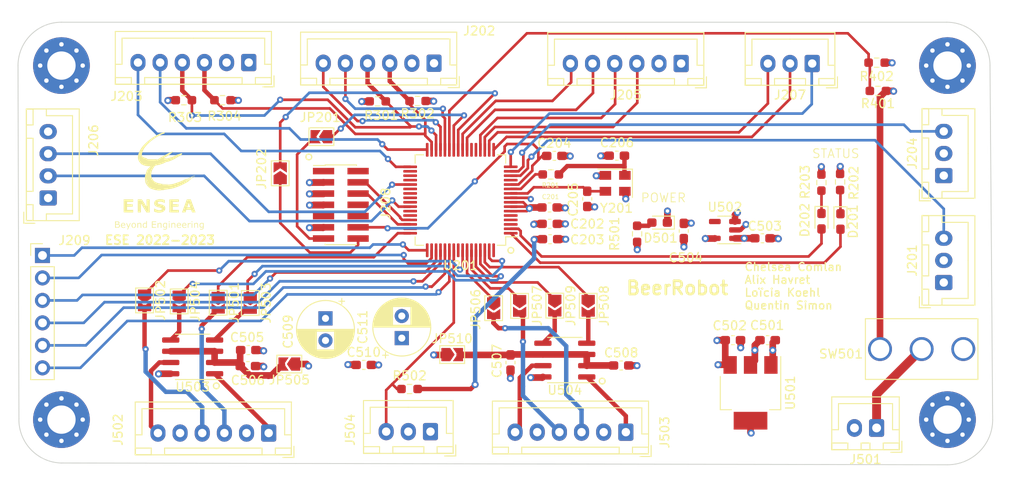
<source format=kicad_pcb>
(kicad_pcb (version 20211014) (generator pcbnew)
  (title_block (title "PCB projet Robot") (date "2022-10-17") (company "ENSEA") (comment 1 "Quentin SIMON") (comment 2 "Loïcia KOEHL") (comment 3 "Alix HAVRET") (comment 4 "Chelsea COMLAN"))
  (layers (0 "F.Cu" signal) (1 "In1.Cu" signal) (2 "In2.Cu" signal) (31 "B.Cu" signal) (34 "B.Paste" user) (35 "F.Paste" user) (36 "B.SilkS" user "B.Silkscreen") (37 "F.SilkS" user "F.Silkscreen") (38 "B.Mask" user) (39 "F.Mask" user) (44 "Edge.Cuts" user))
  (net 0 "")
  (net 1 "+3.3V")
  (net 2 "GND")
  (net 3 "NRST")
  (net 4 "+BATT")
  (net 5 "+5V")
  (net 6 "/Actionneurs/+7.2_U504")
  (net 7 "Net-(D201-Pad1)")
  (net 8 "LED_GREEN")
  (net 9 "Net-(D202-Pad1)")
  (net 10 "LED_RED")
  (net 11 "/Capteurs/CB1_OUT")
  (net 12 "/Capteurs/SDA_2")
  (net 13 "/Capteurs/SCL_2")
  (net 14 "/Capteurs/XSHUT_C1")
  (net 15 "/Capteurs/GPIO1_C1")
  (net 16 "/Capteurs/XSHUT_C2")
  (net 17 "/Capteurs/GPIO1_C2")
  (net 18 "/Capteurs/CB2_OUT")
  (net 19 "/Capteurs/LED_CC")
  (net 20 "/Capteurs/S2")
  (net 21 "/Capteurs/S3")
  (net 22 "/Capteurs/TIM_CC")
  (net 23 "/Capteurs/SDA_1")
  (net 24 "/Capteurs/SCL_1")
  (net 25 "/Capteurs/S0")
  (net 26 "/Capteurs/S1")
  (net 27 "/Capteurs/OE")
  (net 30 "SYS_SWDIO")
  (net 31 "SYS_SWCLK")
  (net 35 "/STM32/OSC_IN")
  (net 36 "/STM32/OSC_OUT")
  (net 37 "PC9")
  (net 38 "PD0")
  (net 39 "PD1")
  (net 40 "PD2")
  (net 41 "PD3")
  (net 42 "PD4")
  (net 43 "Net-(J501-Pad1)")
  (net 44 "Moteur1-")
  (net 45 "/Alimentation/LED")
  (net 46 "Moteur1+")
  (net 47 "Moteur2-")
  (net 48 "Moteur2+")
  (net 49 "/Actionneurs/UART_XL320")
  (net 50 "UART_STLink_RX")
  (net 51 "UART_STLink_TX")
  (net 52 "/Actionneurs/TIM_Encoder1_CH1")
  (net 53 "/Actionneurs/TIM_Encoder1_CH2")
  (net 54 "/Actionneurs/TIM_Driver1_CH1")
  (net 55 "/Actionneurs/TIM_Driver1_CH1N")
  (net 56 "/Actionneurs/TIM_Encoder2_CH1")
  (net 57 "/Actionneurs/TIM_Encoder2_CH2")
  (net 58 "/Actionneurs/TIM_Driver2_CH1")
  (net 59 "/Actionneurs/TIM_Driver2_CH1N")
  (net 60 "Net-(R201-Pad1)")
  (net 61 "/Alimentation/ADC")
  (net 82 "Net-(J208-Pad13)")
  (net 83 "Net-(J208-Pad14)")
  (net 84 "Net-(J502-Pad3)")
  (net 85 "Net-(J502-Pad4)")
  (net 86 "Net-(J503-Pad3)")
  (net 87 "Net-(J503-Pad4)")
  (net 88 "Net-(JP503-Pad2)")
  (net 89 "Net-(JP504-Pad2)")
  (net 90 "Net-(JP508-Pad2)")
  (net 91 "Net-(JP509-Pad2)")
  (net 92 "/Actionneurs/+7.2_U503")
  (footprint "Resistor_SMD:R_0603_1608Metric_Pad0.98x0.95mm_HandSolder" (layer "F.Cu") (at 43.8125 33.91)
    (fp_text reference "R303")
    (fp_text value "NC")
  )
  (footprint "Logo_ENSEA:Vrai_logo" (layer "F.Cu") (at 41.05 43.03)
    (fp_text reference "G***" hide)
    (fp_text value "LOGO" hide)
  )
  (footprint "Connector_JST:JST_XH_B6B-XH-A_1x06_P2.50mm_Vertical" (layer "F.Cu") (at 93.7 71.415 180)
    (fp_text reference "J503")
    (fp_text value "JST_driver2")
  )
  (footprint "Resistor_SMD:R_0603_1608Metric_Pad0.98x0.95mm_HandSolder" (layer "F.Cu") (at 69.29 66.54 180)
    (fp_text reference "R502")
    (fp_text value "10k")
  )
  (footprint "LED_SMD:LED_0603_1608Metric_Pad1.05x0.95mm_HandSolder" (layer "F.Cu") (at 97.51 47.74 180)
    (fp_text reference "D501")
    (fp_text value "LED")
  )
  (footprint "Connector_JST:JST_XH_B6B-XH-A_1x06_P2.50mm_Vertical" (layer "F.Cu") (at 99.94 29.765 180)
    (fp_text reference "J205")
    (fp_text value "JST_Couleur_1A")
  )
  (footprint "Resistor_SMD:R_0603_1608Metric_Pad0.98x0.95mm_HandSolder" (layer "F.Cu") (at 122.15 32.86 180)
    (fp_text reference "R401")
    (fp_text value "100k")
  )
  (footprint "Connector_JST:JST_XH_B3B-XH-A_1x03_P2.50mm_Vertical" (layer "F.Cu") (at 129.58 54.51 90)
    (fp_text reference "J201")
    (fp_text value "JST_Bordure_1")
  )
  (footprint "Connector_JST:JST_XH_B6B-XH-A_1x06_P2.50mm_Vertical" (layer "F.Cu") (at 51.14 29.655 180)
    (fp_text reference "J203")
    (fp_text value "JST_TOF_2")
  )
  (footprint "Connector_JST:JST_XH_B6B-XH-A_1x06_P2.50mm_Vertical" (layer "F.Cu") (at 72.05 29.735 180)
    (fp_text reference "J202")
    (fp_text value "JST_TOF_1")
  )
  (footprint "Jumper:SolderJumper-2_P1.3mm_Open_TrianglePad1.0x1.5mm" (layer "F.Cu") (at 43.29 56.645 -90)
    (fp_text reference "JP504")
    (fp_text value "SolderJumper_2_Open")
  )
  (footprint "Connector_PinHeader_1.27mm:PinHeader_2x07_P1.27mm_Vertical_SMD" (layer "F.Cu") (at 61.53 45.73)
    (fp_text reference "J208")
    (fp_text value "Conn_02x07_Odd_Even")
  )
  (footprint "MountingHole:MountingHole_3.2mm_M3_Pad_Via" (layer "F.Cu") (at 30 70)
    (fp_text reference "H101" hide)
    (fp_text value "MountingHole_Pad")
  )
  (footprint "Jumper:SolderJumper-2_P1.3mm_Open_TrianglePad1.0x1.5mm" (layer "F.Cu") (at 47.69 56.79 -90)
    (fp_text reference "JP501")
    (fp_text value "SolderJumper_2_Open")
  )
  (footprint "Capacitor_SMD:C_0603_1608Metric_Pad1.08x0.95mm_HandSolder" (layer "F.Cu") (at 89.34 45.06 -90)
    (fp_text reference "C205")
    (fp_text value "10pF")
  )
  (footprint "Capacitor_SMD:C_0603_1608Metric_Pad1.08x0.95mm_HandSolder" (layer "F.Cu") (at 92.68 40.18 180)
    (fp_text reference "C206")
    (fp_text value "10pF")
  )
  (footprint "Package_SO:SOIC-8_3.9x4.9mm_P1.27mm" (layer "F.Cu") (at 86.8125 63.27 180)
    (fp_text reference "U504")
    (fp_text value "ZXBM5210-S")
  )
  (footprint "switch_robot:switch_pcb_robot" (layer "F.Cu") (at 120.735 58.595)
    (fp_text reference "SW501")
    (fp_text value "SW_SPDT")
  )
  (footprint "Capacitor_SMD:C_0603_1608Metric_Pad1.08x0.95mm_HandSolder" (layer "F.Cu") (at 85.63 40.2)
    (fp_text reference "C204")
    (fp_text value "100nF")
  )
  (footprint "MountingHole:MountingHole_3.2mm_M3_Pad_Via" (layer "F.Cu") (at 30 30)
    (fp_text reference "H103" hide)
    (fp_text value "MountingHole_Pad")
  )
  (footprint "Capacitor_SMD:C_0603_1608Metric_Pad1.08x0.95mm_HandSolder" (layer "F.Cu") (at 80.68 63.55 -90)
    (fp_text reference "C507")
    (fp_text value "1uF")
  )
  (footprint "Package_SO:SOIC-8_3.9x4.9mm_P1.27mm" (layer "F.Cu") (at 44.81 62.91 180)
    (fp_text reference "U503")
    (fp_text value "ZXBM5210-S")
  )
  (footprint "Capacitor_THT:CP_Radial_D6.3mm_P2.50mm" (layer "F.Cu") (at 68.41 60.79238 90)
    (fp_text reference "C511")
    (fp_text value "100uF")
  )
  (footprint "Jumper:SolderJumper-2_P1.3mm_Open_TrianglePad1.0x1.5mm" (layer "F.Cu") (at 51.31 56.82 -90)
    (fp_text reference "JP503")
    (fp_text value "SolderJumper_2_Open")
  )
  (footprint "Resistor_SMD:R_0603_1608Metric_Pad0.98x0.95mm_HandSolder" (layer "F.Cu") (at 65.6925 34.04)
    (fp_text reference "R301")
    (fp_text value "10k")
  )
  (footprint "Capacitor_SMD:C_0603_1608Metric_Pad1.08x0.95mm_HandSolder" (layer "F.Cu") (at 93.17 63.88)
    (fp_text reference "C508")
    (fp_text value "10uF")
  )
  (footprint "MountingHole:MountingHole_3.2mm_M3_Pad_Via" (layer "F.Cu") (at 130 70)
    (fp_text reference "H104" hide)
    (fp_text value "MountingHole_Pad")
  )
  (footprint "Capacitor_THT:CP_Radial_D6.3mm_P2.50mm" (layer "F.Cu") (at 59.8 58.557621 -90)
    (fp_text reference "C509")
    (fp_text value "100uF")
  )
  (footprint "Jumper:SolderJumper-2_P1.3mm_Open_TrianglePad1.0x1.5mm" (layer "F.Cu") (at 39.38 56.53 -90)
    (fp_text reference "JP502")
    (fp_text value "SolderJumper_2_Open")
  )
  (footprint "Resistor_SMD:R_0603_1608Metric_Pad0.98x0.95mm_HandSolder" (layer "F.Cu") (at 94.97 49.01 -90)
    (fp_text reference "R501")
    (fp_text value "1k")
  )
  (footprint "Jumper:SolderJumper-2_P1.3mm_Open_TrianglePad1.0x1.5mm" (layer "F.Cu") (at 59.34 38.03 180)
    (fp_text reference "JP201")
    (fp_text value "SolderJumper_2_Open")
  )
  (footprint "LED_SMD:LED_0603_1608Metric_Pad1.05x0.95mm_HandSolder" (layer "F.Cu") (at 117.92 47.61 -90)
    (fp_text reference "D201")
    (fp_text value "GREEN")
  )
  (footprint "Package_TO_SOT_SMD:SOT-223-3_TabPin2" (layer "F.Cu") (at 107.77 66.97 -90)
    (fp_text reference "U501")
    (fp_text value "AZ1117-5.0")
  )
  (footprint "Capacitor_SMD:C_0603_1608Metric_Pad1.08x0.95mm_HandSolder" (layer "F.Cu") (at 85.0875 46.03)
    (fp_text reference "C201")
    (fp_text value "100nF")
  )
  (footprint "Connector_JST:JST_XH_B2B-XH-A_1x02_P2.50mm_Vertical" (layer "F.Cu") (at 122 70.94 180)
    (fp_text reference "J501")
    (fp_text value "JST_switch")
  )
  (footprint "Resistor_SMD:R_0603_1608Metric_Pad0.98x0.95mm_HandSolder" (layer "F.Cu") (at 115.77 43.2175 90)
    (fp_text reference "R203")
    (fp_text value "1k")
  )
  (footprint "Resistor_SMD:R_0603_1608Metric_Pad0.98x0.95mm_HandSolder" (layer "F.Cu") (at 117.88 43.1475 90)
    (fp_text reference "R202")
    (fp_text value "1k")
  )
  (footprint "Capacitor_SMD:C_0603_1608Metric_Pad1.08x0.95mm_HandSolder" (layer "F.Cu") (at 109.11 49.51 180)
    (fp_text reference "C503")
    (fp_text value "1uF")
  )
  (footprint "Jumper:SolderJumper-2_P1.3mm_Open_TrianglePad1.0x1.5mm" (layer "F.Cu") (at 85.68 57.12 -90)
    (fp_text reference "JP509")
    (fp_text value "SolderJumper_2_Open")
  )
  (footprint "Resistor_SMD:R_0603_1608Metric_Pad0.98x0.95mm_HandSolder" (layer "F.Cu") (at 122.01 29.67 180)
    (fp_text reference "R402")
    (fp_text value "62k")
  )
  (footprint "Connector_JST:JST_XH_B3B-XH-A_1x03_P2.50mm_Vertical" (layer "F.Cu") (at 129.58 42.43 90)
    (fp_text reference "J204")
    (fp_text value "JST_Bordure_2")
  )
  (footprint "Connector_JST:JST_XH_B6B-XH-A_1x06_P2.50mm_Vertical" (layer "F.Cu") (at 53.39 71.515 180)
    (fp_text reference "J502")
    (fp_text value "JST_driver1")
  )
  (footprint "Jumper:SolderJumper-2_P1.3mm_Open_TrianglePad1.0x1.5mm" (layer "F.Cu") (at 55.72 63.72 180)
    (fp_text reference "JP505")
    (fp_text value "SolderJumper_2_Open")
  )
  (footprint "Connector_JST:JST_XH_B4B-XH-A_1x04_P2.50mm_Vertical" (layer "F.Cu") (at 28.5 44.96 90)
    (fp_text reference "J206")
    (fp_text value "JST_Couleur_3V")
  )
  (footprint "Capacitor_SMD:C_0603_1608Metric_Pad1.08x0.95mm_HandSolder" (layer "F.Cu") (at 85.1075 47.88)
    (fp_text reference "C202")
    (fp_text value "100nF")
  )
  (footprint "Package_TO_SOT_SMD:SOT-23-5" (layer "F.Cu") (at 104.88 48.5675 180)
    (fp_text reference "U502")
    (fp_text value "MCP1802x-xx02xOT")
  )
  (footprint "Jumper:SolderJumper-2_P1.3mm_Open_TrianglePad1.0x1.5mm" (layer "F.Cu") (at 81.71 57.15 -90)
    (fp_text reference "JP507")
    (fp_text value "SolderJumper_2_Open")
  )
  (footprint "MountingHole:MountingHole_3.2mm_M3_Pad_Via" (layer "F.Cu") (at 130 30)
    (fp_text reference "H102" hide)
    (fp_text value "MountingHole_Pad")
  )
  (footprint "Jumper:SolderJumper-2_P1.3mm_Open_TrianglePad1.0x1.5mm" (layer "F.Cu") (at 74.1 62.65)
    (fp_text reference "JP510")
    (fp_text value "SolderJumper_2_Open")
  )
  (footprint "Connector_JST:JST_XH_B3B-XH-A_1x03_P2.50mm_Vertical" (layer "F.Cu") (at 114.73 29.765 180)
    (fp_text reference "J207")
    (fp_text value "JST_Couleur_1B")
  )
  (footprint "Resistor_SMD:R_0603_1608Metric_Pad0.98x0.95mm_HandSolder" (layer "F.Cu") (at 70.2 34 180)
    (fp_text reference "R302")
    (fp_text value "10k")
  )
  (footprint "Capacitor_SMD:C_0603_1608Metric_Pad1.08x0.95mm_HandSolder" (layer "F.Cu") (at 51.05 63.95)
    (fp_text reference "C506")
    (fp_text value "10uF")
  )
  (footprint "Jumper:SolderJumper-2_P1.3mm_Open_TrianglePad1.0x1.5mm" (layer "F.Cu") (at 54.69 42.17 90)
    (fp_text reference "JP202")
    (fp_text value "SolderJumper_2_Open")
  )
  (footprint "Capacitor_SMD:C_0603_1608Metric_Pad1.08x0.95mm_HandSolder" (layer "F.Cu") (at 109.7 61.02)
    (fp_text reference "C501")
    (fp_text value "10uF")
  )
  (footprint "Capacitor_SMD:C_0603_1608Metric_Pad1.08x0.95mm_HandSolder" (layer "F.Cu") (at 51.09 62.14)
    (fp_text reference "C505")
    (fp_text value "1uF")
  )
  (footprint "Connector_PinHeader_2.54mm:PinHeader_1x06_P2.54mm_Vertical" (layer "F.Cu") (at 27.86 51.45)
    (fp_text reference "J209")
    (fp_text value "JST_SUPP")
  )
  (footprint "Capacitor_SMD:C_0603_1608Metric_Pad1.08x0.95mm_HandSolder" (layer "F.Cu") (at 105.78 61.02)
    (fp_text reference "C502")
    (fp_text value "22uF")
  )
  (footprint "Resistor_SMD:R_0603_1608Metric_Pad0.98x0.95mm_HandSolder" (layer "F.Cu") (at 85.23 42.3)
    (fp_text reference "R201")
    (fp_text value "10R")
  )
  (footprint "Resistor_SMD:R_0603_1608Metric_Pad0.98x0.95mm_HandSolder" (layer "F.Cu") (at 48.18 33.91 180)
    (fp_text reference "R304")
    (fp_text value "NC")
  )
  (footprint "Package_QFP:LQFP-64_10x10mm_P0.5mm" (layer "F.Cu") (at 75.03 45.19 180)
    (fp_text reference "U201")
    (fp_text value "STM32G070RBT6")
  )
  (footprint "Jumper:SolderJumper-2_P1.3mm_Open_TrianglePad1.0x1.5mm" (layer "F.Cu") (at 78.78 57.41 -90)
    (fp_text reference "JP506")
    (fp_text value "SolderJumper_2_Open")
  )
  (footprint "Capacitor_SMD:C_0603_1608Metric_Pad1.08x0.95mm_HandSolder" (layer "F.Cu") (at 64.12 63.82)
    (fp_text reference "C510")
    (fp_text value "100nF")
  )
  (footprint "Capacitor_SMD:C_0603_1608Metric_Pad1.08x0.95mm_HandSolder" (layer "F.Cu") (at 100.24 48.6875 -90)
    (fp_text reference "C504")
    (fp_text value "1uF")
  )
  (footprint "LED_SMD:LED_0603_1608Metric_Pad1.05x0.95mm_HandSolder" (layer "F.Cu") (at 115.78 47.58 -90)
    (fp_text reference "D202")
    (fp_text value "RED")
  )
  (footprint "Jumper:SolderJumper-2_P1.3mm_Open_TrianglePad1.0x1.5mm" (layer "F.Cu") (at 89.45 57.14 -90)
    (fp_text reference "JP508")
    (fp_text value "SolderJumper_2_Open")
  )
  (footprint "Connector_JST:JST_XH_B3B-XH-A_1x03_P2.50mm_Vertical" (layer "F.Cu") (at 71.65 71.355 180)
    (fp_text reference "J504")
    (fp_text value "JST_servomoteur")
  )
  (footprint "Capacitor_SMD:C_0603_1608Metric_Pad1.08x0.95mm_HandSolder" (layer "F.Cu") (at 85.1475 49.61)
    (fp_text reference "C203")
    (fp_text value "4.7uF")
  )
  (footprint "Crystal:Crystal_SMD_EuroQuartz_MT-4Pin_3.2x2.5mm" (layer "F.Cu") (at 92.49 43.3 180)
    (fp_text reference "Y201")
    (fp_text value "16MHz")
  )
  (gr_circle (center 57.92 40.32) (end 58.21 40.47) (layer "F.SilkS") (width 0.15) (fill none))
  (gr_circle (center 80.72 50.873504) (end 81.01 51.023504) (layer "F.SilkS") (width 0.15) (fill none))
  (gr_circle (center 47.48 66.183504) (end 47.77 66.333504) (layer "F.SilkS") (width 0.15) (fill none))
  (gr_circle (center 91.03 65.643504) (end 91.32 65.793504) (layer "F.SilkS") (width 0.15) (fill none))
  (gr_arc (start 135.1 70) (mid 133.606245 73.606245) (end 130 75.1) (layer "Edge.Cuts") (width 0.1))
  (gr_arc (start 30 74.9) (mid 26.563745 73.393361) (end 25.200043 69.897918) (layer "Edge.Cuts") (width 0.1))
  (gr_arc (start 25.1 30) (mid 26.535177 26.535177) (end 30 25.1) (layer "Edge.Cuts") (width 0.1))
  (gr_line (start 135.1 70) (end 134.8 30) (layer "Edge.Cuts") (width 0.1))
  (gr_arc (start 129.9 25.1) (mid 133.364823 26.535177) (end 134.8 30) (layer "Edge.Cuts") (width 0.1))
  (gr_line (start 30 74.9) (end 130 75.1) (layer "Edge.Cuts") (width 0.1))
  (gr_line (start 25.1 30) (end 25.200043 69.897918) (layer "Edge.Cuts") (width 0.1))
  (gr_line (start 129.9 25.1) (end 30 25.1) (layer "Edge.Cuts") (width 0.1))
  (gr_text "POWER" (at 97.94 44.94) (layer "F.SilkS") (effects (font (size 1 1) (thickness 0.1))))
  (gr_text "BeerRobot" (at 99.5 55.13) (layer "F.SilkS") (effects (font (size 1.5 1.5) (thickness 0.3))))
  (gr_text "STATUS" (at 117.39 39.94) (layer "F.SilkS") (effects (font (size 1 1) (thickness 0.1))))
  (gr_text "Chelsea Comlan\nAlix Havret\nLoïcia Koehl\nQuentin Simon" (at 107.02 54.92) (layer "F.SilkS") (effects (font (size 0.9 0.9)) (justify left)))
  (gr_text "ESE 2022-2023" (at 41.12 49.72) (layer "F.SilkS") (effects (font (size 1 1) (thickness 0.2))))
  (segment (start 102.67 49.54) (end 103.72 49.54) (width 0.75) (layer "F.Cu") (net 1))
  (segment (start 59.55 43.22) (end 59.58 43.19) (width 0.75) (layer "F.Cu") (net 1))
  (segment (start 80.705 46.44) (end 82.5175 46.44) (width 0.3) (layer "F.Cu") (net 1))
  (segment (start 83.3675 47.88) (end 83.3075 47.94) (width 0.75) (layer "F.Cu") (net 1))
  (segment (start 57.99 43.22) (end 59.55 43.22) (width 0.75) (layer "F.Cu") (net 1))
  (segment (start 82.1175 45.44) (end 82.8175 46.14) (width 0.3) (layer "F.Cu") (net 1))
  (segment (start 80.705 45.44) (end 82.1175 45.44) (width 0.3) (layer "F.Cu") (net 1))
  (segment (start 82.5175 46.44) (end 82.8175 46.14) (width 0.3) (layer "F.Cu") (net 1))
  (segment (start 100.25 50.49) (end 100.25 49.56) (width 0.75) (layer "F.Cu") (net 1))
  (segment (start 82.9275 46.03) (end 82.8175 46.14) (width 0.75) (layer "F.Cu") (net 1))
  (segment (start 76.19 66.54) (end 76.69 66.04) (width 0.5) (layer "F.Cu") (net 1))
  (segment (start 84.245 47.88) (end 83.3675 47.88) (width 0.75) (layer "F.Cu") (net 1))
  (segment (start 103.72 49.54) (end 103.7425 49.5175) (width 0.75) (layer "F.Cu") (net 1))
  (segment (start 82.6175 45.94) (end 82.8175 46.14) (width 0.3) (layer "F.Cu") (net 1))
  (segment (start 100.25 49.56) (end 100.24 49.55) (width 0.75) (layer "F.Cu") (net 1))
  (segment (start 84.285 49.61) (end 83.3975 49.61) (width 0.75) (layer "F.Cu") (net 1))
  (segment (start 83.3975 49.61) (end 83.3475 49.66) (width 0.75) (layer "F.Cu") (net 1))
  (segment (start 84.225 46.03) (end 82.9275 46.03) (width 0.75) (layer "F.Cu") (net 1))
  (segment (start 94.99 49.9425) (end 94.97 49.9225) (width 0.75) (layer "F.Cu") (net 1))
  (segment (start 70.2025 66.54) (end 76.19 66.54) (width 0.5) (layer "F.Cu") (net 1))
  (segment (start 94.99 50.8) (end 94.99 49.9425) (width 0.75) (layer "F.Cu") (net 1))
  (segment (start 80.705 45.94) (end 82.6175 45.94) (width 0.3) (layer "F.Cu") (net 1))
  (via (at 102.67 49.54) (size 0.8) (drill 0.4) (layers "F.Cu" "B.Cu") (net 1))
  (via (at 83.3475 49.66) (size 0.8) (drill 0.4) (layers "F.Cu" "B.Cu") (net 1))
  (via (at 57.99 43.22) (size 0.8) (drill 0.4) (layers "F.Cu" "B.Cu") (net 1))
  (via (at 83.3075 47.94) (size 0.8) (drill 0.4) (layers "F.Cu" "B.Cu") (net 1))
  (via (at 76.69 66.04) (size 0.8) (drill 0.4) (layers "F.Cu" "B.Cu") (net 1))
  (via (at 82.8175 46.14) (size 0.8) (drill 0.4) (layers "F.Cu" "B.Cu") (net 1))
  (via (at 100.25 50.49) (size 0.8) (drill 0.4) (layers "F.Cu" "B.Cu") (net 1))
  (via (at 94.99 50.8) (size 0.8) (drill 0.4) (layers "F.Cu" "B.Cu") (net 1))
  (segment (start 76.69 66.04) (end 76.69 58.44) (width 0.5) (layer "B.Cu") (net 1))
  (segment (start 76.69 58.44) (end 83.3475 51.7825) (width 0.5) (layer "B.Cu") (net 1))
  (segment (start 83.3475 51.7825) (end 83.3475 49.66) (width 0.5) (layer "B.Cu") (net 1))
  (segment (start 98.385 47.74) (end 98.385 46.445) (width 0.75) (layer "F.Cu") (net 2))
  (segment (start 107.257122 47.949281) (end 106.638903 48.5675) (width 0.5) (layer "F.Cu") (net 2))
  (segment (start 52.8 62.21) (end 52.82 62.23) (width 0.75) (layer "F.Cu") (net 2))
  (segment (start 107.77 71.45) (end 107.84 71.52) (width 0.75) (layer "F.Cu") (net 2))
  (segment (start 122.9225 29.67) (end 123.73 29.67) (width 0.75) (layer "F.Cu") (net 2))
  (segment (start 80.67 64.4225) (end 80.68 64.4125) (width 0.75) (layer "F.Cu") (net 2))
  (segment (start 90.86 40.2) (end 91.7975 40.2) (width 0.75) (layer "F.Cu") (net 2))
  (segment (start 108.26 61.5975) (end 108.8375 61.02) (width 0.75) (layer "F.Cu") (net 2))
  (segment (start 80.67 65.34) (end 80.67 64.4225) (width 0.75) (layer "F.Cu") (net 2))
  (segment (start 108.26 63.33) (end 107.77 63.82) (width 0.75) (layer "F.Cu") (net 2))
  (segment (start 82.83 44.94) (end 82.97 45.08) (width 0.3) (layer "F.Cu") (net 2))
  (segment (start 80.705 44.94) (end 82.83 44.94) (width 0.3) (layer "F.Cu") (net 2))
  (segment (start 93.69 45.06) (end 93.69 44.3) (width 0.75) (layer "F.Cu") (net 2))
  (segment (start 106.66 61.0375) (end 106.6425 61.02) (width 0.75) (layer "F.Cu") (net 2))
  (segment (start 51.9125 63.95) (end 52.75 63.95) (width 0.75) (layer "F.Cu") (net 2))
  (segment (start 98.385 46.445) (end 98.4 46.43) (width 0.75) (layer "F.Cu") (net 2))
  (segment (start 57.99 44.5) (end 59.54 44.5) (width 0.75) (layer "F.Cu") (net 2))
  (segment (start 109.9725 49.51) (end 110.85 49.51) (width 0.75) (layer "F.Cu") (net 2))
  (segment (start 87.39 40.2) (end 87.42 40.23) (width 0.75) (layer "F.Cu") (net 2))
  (segment (start 91.7975 40.2) (end 91.8175 40.18) (width 0.75) (layer "F.Cu") (net 2))
  (segment (start 57.99 48.32) (end 59.53 48.32) (width 0.75) (layer "F.Cu") (net 2))
  (segment (start 108.26 62.16) (end 108.26 61.5975) (width 0.75) (layer "F.Cu") (net 2))
  (segment (start 100.265 47.8) (end 100.24 47.825) (width 0.75) (layer "F.Cu") (net 2))
  (segment (start 115.77 41.4275) (end 115.76 41.4175) (width 0.75) (layer "F.Cu") (net 2))
  (segment (start 107.77 70.12) (end 107.77 71.45) (width 0.75) (layer "F.Cu") (net 2))
  (segment (start 42.335 64.815) (end 40.985 64.815) (width 0.75) (layer "F.Cu") (net 2))
  (segment (start 117.88 41.4075) (end 117.9 41.3875) (width 0.75) (layer "F.Cu") (net 2))
  (segment (start 86.8975 49.61) (end 86.9075 49.62) (width 0.75) (layer "F.Cu") (net 2))
  (segment (start 59.53 48.32) (end 59.58 48.27) (width 0.75) (layer "F.Cu") (net 2))
  (segment (start 59.54 45.77) (end 59.58 45.73) (width 0.75) (layer "F.Cu") (net 2))
  (segment (start 123.73 29.67) (end 123.75 29.69) (width 0.75) (layer "F.Cu") (net 2))
  (segment (start 101.08 47.8) (end 100.265 47.8) (width 0.75) (layer "F.Cu") (net 2))
  (segment (start 86.4925 40.2) (end 87.39 40.2) (width 0.75) (layer "F.Cu") (net 2))
  (segment (start 91.34 42.45) (end 91.39 42.4) (width 0.75) (layer "F.Cu") (net 2))
  (segment (start 86.8675 46.08) (end 86 46.08) (width 0.75) (layer "F.Cu") (net 2))
  (segment (start 108.26 62.16) (end 108.26 63.33) (width 0.75) (layer "F.Cu") (net 2))
  (segment (start 106.638903 48.5675) (end 106.0175 48.5675) (width 0.5) (layer "F.Cu") (net 2))
  (segment (start 85.97 47.88) (end 86.8675 47.88) (width 0.75) (layer "F.Cu") (net 2))
  (segment (start 110.85 49.51) (end 110.91 49.57) (width 0.75) (layer "F.Cu") (net 2))
  (segment (start 117.88 42.235) (end 117.88 41.4075) (width 0.75) (layer "F.Cu") (net 2))
  (segment (start 52.75 63.95) (end 52.83 64.03) (width 0.75) (layer "F.Cu") (net 2))
  (segment (start 40.985 64.815) (end 40.96 64.84) (width 0.75) (layer "F.Cu") (net 2))
  (segment (start 93.69 44.3) (end 93.59 44.2) (width 0.75) (layer "F.Cu") (net 2))
  (segment (start 59.54 44.5) (end 59.58 44.46) (width 0.75) (layer "F.Cu") (net 2))
  (segment (start 89.3875 45.97) (end 89.34 45.9225) (width 0.75) (layer "F.Cu") (net 2))
  (segment (start 94.0325 63.88) (end 94.94 63.88) (width 0.75) (layer "F.Cu") (net 2))
  (segment (start 94.94 63.88) (end 94.96 63.9) (width 0.75) (layer "F.Cu") (net 2))
  (segment (start 90.36 42.45) (end 91.34 42.45) (width 0.75) (layer "F.Cu") (net 2))
  (segment (start 86.01 49.61) (end 86.8975 49.61) (width 0.75) (layer "F.Cu") (net 2))
  (segment (start 86 46.08) (end 85.95 46.03) (width 0.75) (layer "F.Cu") (net 2))
  (segment (start 58 45.77) (end 59.54 45.77) (width 0.75) (layer "F.Cu") (net 2))
  (segment (start 90.18 45.97) (end 89.3875 45.97) (width 0.75) (layer "F.Cu") (net 2))
  (segment (start 86.8675 47.88) (end 86.8775 47.89) (width 0.75) (layer "F.Cu") (net 2))
  (segment (start 51.8925 62.21) (end 52.8 62.21) (width 0.75) (layer "F.Cu") (net 2))
  (segment (start 106.66 61.88) (end 106.66 61.0375) (width 0.75) (layer "F.Cu") (net 2))
  (segment (start 84.2625 65.25) (end 84.3375 65.175) (width 0.75) (layer "F.Cu") (net 2))
  (segment (start 115.77 42.305) (end 115.77 41.4275) (width 0.75) (layer "F.Cu") (net 2))
  (segment (start 65.8 63.82) (end 64.9825 63.82) (width 0.75) (layer "F.Cu") (net 2))
  (segment (start 82.96 65.25) (end 84.2625 65.25) (width 0.75) (layer "F.Cu") (net 2))
  (via (at 80.67 65.34) (size 0.8) (drill 0.4) (layers "F.Cu" "B.Cu") (net 2))
  (via (at 86.8775 47.89) (size 0.8) (drill 0.4) (layers "F.Cu" "B.Cu") (net 2))
  (via (at 52.83 64.03) (size 0.8) (drill 0.4) (layers "F.Cu" "B.Cu") (net 2))
  (via (at 57.99 44.5) (size 0.8) (drill 0.4) (layers "F.Cu" "B.Cu") (net 2))
  (via (at 101.08 47.8) (size 0.8) (drill 0.4) (layers "F.Cu" "B.Cu") (net 2))
  (via (at 115.76 41.4175) (size 0.8) (drill 0.4) (layers "F.Cu" "B.Cu") (net 2))
  (via (at 90.36 42.45) (size 0.8) (drill 0.4) (layers "F.Cu" "B.Cu") (net 2))
  (via (at 108.26 62.16) (size 0.8) (drill 0.4) (layers "F.Cu" "B.Cu") (net 2))
  (via (at 110.91 49.57) (size 0.8) (drill 0.4) (layers "F.Cu" "B.Cu") (net 2))
  (via (at 106.66 61.88) (size 0.8) (drill 0.4) (layers "F.Cu" "B.Cu") (net 2))
  (via (at 90.18 45.97) (size 0.8) (drill 0.4) (layers "F.Cu" "B.Cu") (net 2))
  (via (at 87.42 40.23) (size 0.8) (drill 0.4) (layers "F.Cu" "B.Cu") (net 2))
  (via (at 98.4 46.43) (size 0.8) (drill 0.4) (layers "F.Cu" "B.Cu") (net 2))
  (via (at 107.84 71.52) (size 0.8) (drill 0.4) (layers "F.Cu" "B.Cu") (net 2))
  (via (at 58 45.77) (size 0.8) (drill 0.4) (layers "F.Cu" "B.Cu") (net 2))
  (via (at 40.96 64.84) (size 0.8) (drill 0.4) (layers "F.Cu" "B.Cu") (net 2))
  (via (at 117.9 41.3875) (size 0.8) (drill 0.4) (layers "F.Cu" "B.Cu") (net 2))
  (via (at 90.86 40.2) (size 0.8) (drill 0.4) (layers "F.Cu" "B.Cu") (net 2))
  (via (at 82.96 65.25) (size 0.8) (drill 0.4) (layers "F.Cu" "B.Cu") (net 2))
  (via (at 86.8675 46.08) (size 0.8) (drill 0.4) (layers "F.Cu" "B.Cu") (net 2))
  (via (at 86.9075 49.62) (size 0.8) (drill 0.4) (layers "F.Cu" "B.Cu") (net 2))
  (via (at 52.82 62.23) (size 0.8) (drill 0.4) (layers "F.Cu" "B.Cu") (net 2))
  (via (at 94.96 63.9) (size 0.8) (drill 0.4) (layers "F.Cu" "B.Cu") (net 2))
  (via (at 82.97 45.08) (size 0.7) (drill 0.3) (layers "F.Cu" "B.Cu") (net 2))
  (via (at 57.99 48.32) (size 0.8) (drill 0.4) (layers "F.Cu" "B.Cu") (net 2))
  (via (at 65.8 63.82) (size 0.8) (drill 0.4) (layers "F.Cu" "B.Cu") (net 2))
  (via (at 123.75 29.69) (size 0.8) (drill 0.4) (layers "F.Cu" "B.Cu") (net 2))
  (via (at 107.257122 47.949281) (size 0.8) (drill 0.4) (layers "F.Cu" "B.Cu") (net 2))
  (via (at 93.69 45.06) (size 0.8) (drill 0.4) (layers "F.Cu" "B.Cu") (net 2))
  (segment (start 80.705 43.44) (end 81.581041 43.44) (width 0.3) (layer "F.Cu") (net 3))
  (segment (start 66.7 48.27) (end 66.81 48.38) (width 0.3) (layer "F.Cu") (net 3))
  (segment (start 83.825 40.645) (end 84.27 40.2) (width 0.3) (layer "F.Cu") (net 3))
  (segment (start 84.27 40.2) (end 84.7675 40.2) (width 0.3) (layer "F.Cu") (net 3))
  (segment (start 83.14 41.881041) (end 83.14 41.33) (width 0.3) (layer "F.Cu") (net 3))
  (segment (start 83.14 41.33) (end 83.825 40.645) (width 0.3) (layer "F.Cu") (net 3))
  (segment (start 63.48 48.27) (end 66.7 48.27) (width 0.3) (layer "F.Cu") (net 3))
  (segment (start 80.3 38.86) (end 83.22 38.86) (width 0.3) (layer "F.Cu") (net 3))
  (segment (start 76.66 43.08) (end 80.02 39.72) (width 0.3) (layer "F.Cu") (net 3))
  (segment (start 80.02 39.14) (end 80.3 38.86) (width 0.3) (layer "F.Cu") (net 3))
  (segment (start 83.825 39.465) (end 83.825 40.645) (width 0.3) (layer "F.Cu") (net 3))
  (segment (start 83.22 38.86) (end 83.825 39.465) (width 0.3) (layer "F.Cu") (net 3))
  (segment (start 80.02 39.72) (end 80.02 39.14) (width 0.3) (layer "F.Cu") (net 3))
  (segment (start 81.581041 43.44) (end 83.14 41.881041) (width 0.3) (layer "F.Cu") (net 3))
  (via (at 66.81 48.38) (size 0.7) (drill 0.3) (layers "F.Cu" "B.Cu") (net 3))
  (via (at 76.66 43.08) (size 0.7) (drill 0.3) (layers "F.Cu" "B.Cu") (net 3))
  (segment (start 71.36 48.38) (end 76.66 43.08) (width 0.3) (layer "B.Cu") (net 3))
  (segment (start 66.81 48.38) (end 71.36 48.38) (width 0.3) (layer "B.Cu") (net 3))
  (segment (start 72.01 62.69) (end 73.335 62.69) (width 0.75) (layer "F.Cu") (net 4))
  (segment (start 123.0625 32.86) (end 123.88 32.86) (width 0.75) (layer "F.Cu") (net 4))
  (segment (start 56.445 63.72) (end 57.67 63.72) (width 0.75) (layer "F.Cu") (net 4))
  (segment (start 110.28 62.16) (end 110.28 61.3025) (width 0.75) (layer "F.Cu") (net 4))
  (segment (start 110.28 61.3025) (end 110.5625 61.02) (width 0.75) (layer "F.Cu") (net 4))
  (segment (start 73.335 62.69) (end 73.375 62.65) (width 0.75) (layer "F.Cu") (net 4))
  (segment (start 57.67 63.72) (end 57.89 63.94) (width 0.75) (layer "F.Cu") (net 4))
  (segment (start 110.28 62.16) (end 110.28 63.61) (width 0.75) (layer "F.Cu") (net 4))
  (segment (start 122.385 33.5375) (end 122.385 62.025) (width 0.75) (layer "F.Cu") (net 4))
  (segment (start 110.28 63.61) (end 110.07 63.82) (width 0.75) (layer "F.Cu") (net 4))
  (segment (start 123.88 32.86) (end 123.92 32.9) (width 0.75) (layer "F.Cu") (net 4))
  (segment (start 63.2175 63.78) (end 63.2575 63.82) (width 0.75) (layer "F.Cu") (net 4))
  (segment (start 62.33 63.78) (end 63.2175 63.78) (width 0.75) (layer "F.Cu") (net 4))
  (segment (start 123.0625 32.86) (end 122.385 33.5375) (width 0.75) (layer "F.Cu") (net 4))
  (via (at 123.92 32.9) (size 0.8) (drill 0.4) (layers "F.Cu" "B.Cu") (net 4))
  (via (at 57.89 63.94) (size 0.8) (drill 0.4) (layers "F.Cu" "B.Cu") (net 4))
  (via (at 62.33 63.78) (size 0.8) (drill 0.4) (layers "F.Cu" "B.Cu") (net 4))
  (via (at 72.01 62.69) (size 0.8) (drill 0.4) (layers "F.Cu" "B.Cu") (net 4))
  (via (at 110.28 62.16) (size 0.8) (drill 0.4) (layers "F.Cu" "B.Cu") (net 4))
  (segment (start 42.05 33.91) (end 42.01 33.95) (width 0.75) (layer "F.Cu") (net 5))
  (segment (start 63.89 34.06) (end 64.76 34.06) (width 0.75) (layer "F.Cu") (net 5))
  (segment (start 104.02 61.02) (end 103.98 61.06) (width 0.75) (layer "F.Cu") (net 5))
  (segment (start 49.0925 33.91) (end 49.95 33.91) (width 0.75) (layer "F.Cu") (net 5))
  (segment (start 107.0575 49.5175) (end 107.06 49.52) (width 0.75) (layer "F.Cu") (net 5))
  (segment (start 64.76 34.06) (end 64.78 34.04) (width 0.75) (layer "F.Cu") (net 5))
  (segment (start 42.9 33.91) (end 42.05 33.91) (width 0.75) (layer "F.Cu") (net 5))
  (segment (start 71.98 34) (end 72.01 34.03) (width 0.75) (layer "F.Cu") (net 5))
  (segment (start 104.9175 61.02) (end 104.02 61.02) (width 0.75) (layer "F.Cu") (net 5))
  (segment (start 107.07 49.51) (end 107.06 49.52) (width 0.75) (layer "F.Cu") (net 5))
  (segment (start 108.2475 49.51) (end 107.07 49.51) (width 0.75) (layer "F.Cu") (net 5))
  (segment (start 105.45 63.8) (end 105.47 63.82) (width 0.75) (layer "F.Cu") (net 5))
  (segment (start 71.1125 34) (end 71.98 34) (width 0.75) (layer "F.Cu") (net 5))
  (segment (start 104.1 63.8) (end 105.45 63.8) (width 0.75) (layer "F.Cu") (net 5))
  (segment (start 106.0175 47.6175) (end 106.0175 46.8825) (width 0.75) (layer "F.Cu") (net 5))
  (segment (start 104.9175 63.2675) (end 105.47 63.82) (width 0.75) (layer "F.Cu") (net 5))
  (segment (start 104.9175 61.02) (end 104.9175 63.2675) (width 0.75) (layer "F.Cu") (net 5))
  (segment (start 106.0175 49.5175) (end 107.0575 49.5175) (width 0.75) (layer "F.Cu") (net 5))
  (segment (start 49.95 33.91) (end 49.97 33.93) (width 0.75) (layer "F.Cu") (net 5))
  (segment (start 106.0175 46.8825) (end 106.3 46.6) (width 0.75) (layer "F.Cu") (net 5))
  (via (at 42.01 33.95) (size 0.8) (drill 0.4) (layers "F.Cu" "B.Cu") (net 5))
  (via (at 104.1 63.8) (size 0.8) (drill 0.4) (layers "F.Cu" "B.Cu") (net 5))
  (via (at 49.97 33.93) (size 0.8) (drill 0.4) (layers "F.Cu" "B.Cu") (net 5))
  (via (at 103.98 61.06) (size 0.8) (drill 0.4) (layers "F.Cu" "B.Cu") (net 5))
  (via (at 106.3 46.6) (size 0.8) (drill 0.4) (layers "F.Cu" "B.Cu") (net 5))
  (via (at 72.01 34.03) (size 0.8) (drill 0.4) (layers "F.Cu" "B.Cu") (net 5))
  (via (at 107.06 49.52) (size 0.8) (drill 0.4) (layers "F.Cu" "B.Cu") (net 5))
  (via (at 63.89 34.06) (size 0.8) (drill 0.4) (layers "F.Cu" "B.Cu") (net 5))
  (segment (start 89.2875 62.635) (end 84.3375 62.635) (width 0.75) (layer "F.Cu") (net 6))
  (segment (start 80.7325 62.635) (end 80.68 62.6875) (width 0.75) (layer "F.Cu") (net 6))
  (segment (start 92.3075 63.88) (end 89.3125 63.88) (width 0.75) (layer "F.Cu") (net 6))
  (segment (start 74.95 62.6875) (end 80.68 62.6875) (width 0.75) (layer "F.Cu") (net 6))
  (segment (start 89.2875 63.905) (end 89.2875 62.635) (width 0.75) (layer "F.Cu") (net 6))
  (segment (start 89.3125 63.88) (end 89.2875 63.905) (width 0.75) (layer "F.Cu") (net 6))
  (segment (start 84.3375 62.635) (end 80.7325 62.635) (width 0.75) (layer "F.Cu") (net 6))
  (segment (start 117.92 44.1) (end 117.88 44.06) (width 0.3) (layer "F.Cu") (net 7))
  (segment (start 117.92 46.735) (end 117.92 44.1) (width 0.3) (layer "F.Cu") (net 7))
  (segment (start 84.035 52.27) (end 116.11 52.27) (width 0.3) (layer "F.Cu") (net 8))
  (segment (start 117.92 50.46) (end 117.92 48.485) (width 0.3) (layer "F.Cu") (net 8))
  (segment (start 116.11 52.27) (end 117.92 50.46) (width 0.3) (layer "F.Cu") (net 8))
  (segment (start 80.705 48.94) (end 84.035 52.27) (width 0.3) (layer "F.Cu") (net 8))
  (segment (start 115.78 46.705) (end 115.78 44.14) (width 0.3) (layer "F.Cu") (net 9))
  (segment (start 115.78 44.14) (end 115.77 44.13) (width 0.3) (layer "F.Cu") (net 9))
  (segment (start 80.705 48.44) (end 81.581041 48.44) (width 0.3) (layer "F.Cu") (net 10))
  (segment (start 114.32 51.57) (end 115.78 50.11) (width 0.3) (layer "F.Cu") (net 10))
  (segment (start 115.78 50.11) (end 115.78 48.455) (width 0.3) (layer "F.Cu") (net 10))
  (segment (start 81.581041 48.44) (end 81.83 48.688959) (width 0.3) (layer "F.Cu") (net 10))
  (segment (start 84.196839 51.57) (end 114.32 51.57) (width 0.3) (layer "F.Cu") (net 10))
  (segment (start 81.83 49.203161) (end 84.196839 51.57) (width 0.3) (layer "F.Cu") (net 10))
  (segment (start 81.83 48.688959) (end 81.83 49.203161) (width 0.3) (layer "F.Cu") (net 10))
  (segment (start 82.64 41.597106) (end 82.64 40.7) (width 0.3) (layer "F.Cu") (net 11))
  (segment (start 82.64 40.7) (end 83.05 40.29) (width 0.3) (layer "F.Cu") (net 11))
  (segment (start 80.705 42.44) (end 81.797106 42.44) (width 0.3) (layer "F.Cu") (net 11))
  (segment (start 81.797106 42.44) (end 82.64 41.597106) (width 0.3) (layer "F.Cu") (net 11))
  (via (at 83.05 40.29) (size 0.7) (drill 0.3) (layers "F.Cu" "B.Cu") (net 11))
  (segment (start 84.91 38.43) (end 83.05 40.29) (width 0.3) (layer "B.Cu") (net 11))
  (segment (start 129.58 46.19) (end 129.58 49.51) (width 0.3) (layer "B.Cu") (net 11))
  (segment (start 121.82 38.43) (end 129.58 46.19) (width 0.3) (layer "B.Cu") (net 11))
  (segment (start 121.82 38.43) (end 84.91 38.43) (width 0.3) (layer "B.Cu") (net 11))
  (segment (start 63.17 37.72) (end 71.06 37.72) (width 0.3) (layer "F.Cu") (net 12))
  (segment (start 69.2875 34) (end 69.2875 34.3775) (width 0.3) (layer "F.Cu") (net 12))
  (segment (start 71.78 38.638959) (end 71.78 39.515) (width 0.3) (layer "F.Cu") (net 12))
  (segment (start 46.14 32.7825) (end 47.2675 33.91) (width 0.5) (layer "F.Cu") (net 12))
  (segment (start 48.1975 34.84) (end 60.29 34.84) (width 0.3) (layer "F.Cu") (net 12))
  (segment (start 71.06 37.72) (end 71.06 37.918959) (width 0.3) (layer "F.Cu") (net 12))
  (segment (start 71.07 36.16) (end 71.07 36.82995) (width 0.3) (layer "F.Cu") (net 12))
  (segment (start 67.05 31.7625) (end 69.2875 34) (width 0.5) (layer "F.Cu") (net 12))
  (segment (start 46.14 29.655) (end 46.14 32.7825) (width 0.5) (layer "F.Cu") (net 12))
  (segment (start 71.06 37.918959) (end 71.78 38.638959) (width 0.3) (layer "F.Cu") (net 12))
  (segment (start 47.2675 33.91) (end 48.1975 34.84) (width 0.3) (layer "F.Cu") (net 12))
  (segment (start 69.2875 34.3775) (end 71.07 36.16) (width 0.3) (layer "F.Cu") (net 12))
  (segment (start 71.06 36.83995) (end 71.06 37.72) (width 0.3) (layer "F.Cu") (net 12))
  (segment (start 71.07 36.82995) (end 71.06 36.83995) (width 0.3) (layer "F.Cu") (net 12))
  (segment (start 60.29 34.84) (end 63.17 37.72) (width 0.3) (layer "F.Cu") (net 12))
  (segment (start 67.05 29.735) (end 67.05 31.7625) (width 0.5) (layer "F.Cu") (net 12))
  (segment (start 44.725 33.91) (end 44.725 35.615) (width 0.3) (layer "F.Cu") (net 13))
  (segment (start 43.64 29.655) (end 43.64 32.825) (width 0.5) (layer "F.Cu") (net 13))
  (segment (start 43.64 32.825) (end 44.725 33.91) (width 0.5) (layer "F.Cu") (net 13))
  (segment (start 69.445 36.88) (end 66.605 34.04) (width 0.3) (layer "F.Cu") (net 13))
  (segment (start 72.28 37.8605) (end 72.28 39.515) (width 0.3) (layer "F.Cu") (net 13))
  (segment (start 54.69 33.86) (end 60.05 33.86) (width 0.3) (layer "F.Cu") (net 13))
  (segment (start 70.35 36.88) (end 69.445 36.88) (width 0.3) (layer "F.Cu") (net 13))
  (segment (start 71.7595 37.34) (end 72.28 37.8605) (width 0.3) (layer "F.Cu") (net 13))
  (segment (start 63.1595 36.9695) (end 69.3555 36.9695) (width 0.3) (layer "F.Cu") (net 13))
  (segment (start 69.3555 36.9695) (end 69.445 36.88) (width 0.3) (layer "F.Cu") (net 13))
  (segment (start 60.05 33.86) (end 63.1595 36.9695) (width 0.3) (layer "F.Cu") (net 13))
  (segment (start 64.55 31.985) (end 66.605 34.04) (width 0.5) (layer "F.Cu") (net 13))
  (segment (start 44.725 35.615) (end 44.75 35.64) (width 0.3) (layer "F.Cu") (net 13))
  (segment (start 64.55 29.735) (end 64.55 31.985) (width 0.5) (layer "F.Cu") (net 13))
  (via (at 44.75 35.64) (size 0.7) (drill 0.3) (layers "F.Cu" "B.Cu") (net 13))
  (via (at 70.35 36.88) (size 0.7) (drill 0.3) (layers "F.Cu" "B.Cu") (net 13))
  (via (at 54.69 33.86) (size 0.7) (drill 0.3) (layers "F.Cu" "B.Cu") (net 13))
  (via (at 71.7595 37.34) (size 0.7) (drill 0.3) (layers "F.Cu" "B.Cu") (net 13))
  (segment (start 52.91 35.64) (end 54.69 33.86) (width 0.3) (layer "B.Cu") (net 13))
  (segment (start 70.35 36.88) (end 71.2995 36.88) (width 0.3) (layer "B.Cu") (net 13))
  (segment (start 71.2995 36.88) (end 71.7595 37.34) (width 0.3) (layer "B.Cu") (net 13))
  (segment (start 44.75 35.64) (end 52.91 35.64) (width 0.3) (layer "B.Cu") (net 13))
  (segment (start 73.02 35.69995) (end 73.02 34.9105) (width 0.3) (layer "F.Cu") (net 14))
  (segment (start 73.28 39.515) (end 73.28 35.95995) (width 0.3) (layer "F.Cu") (net 14))
  (segment (start 73.28 35.95995) (end 73.02 35.69995) (width 0.3) (layer "F.Cu") (net 14))
  (segment (start 73.02 34.9105) (end 73.06 34.8705) (width 0.3) (layer "F.Cu") (net 14))
  (segment (start 62.05 33.7695) (end 62.05 29.735) (width 0.3) (layer "F.Cu") (net 14))
  (via (at 62.05 33.7695) (size 0.7) (drill 0.3) (layers "F.Cu" "B.Cu") (net 14))
  (via (at 73.06 34.8705) (size 0.7) (drill 0.3) (layers "F.Cu" "B.Cu") (net 14))
  (segment (start 63.151 34.8705) (end 73.06 34.8705) (width 0.3) (layer "B.Cu") (net 14))
  (segment (start 62.05 33.7695) (end 63.151 34.8705) (width 0.3) (layer "B.Cu") (net 14))
  (segment (start 63.4195 36.2695) (end 59.55 32.4) (width 0.3) (layer "F.Cu") (net 15))
  (segment (start 72.78 39.515) (end 72.78 36.93) (width 0.3) (layer "F.Cu") (net 15))
  (segment (start 59.55 32.4) (end 59.55 29.735) (width 0.3) (layer "F.Cu") (net 15))
  (segment (start 63.98 36.2695) (end 63.4195 36.2695) (width 0.3) (layer "F.Cu") (net 15))
  (segment (start 72.78 36.93) (end 72.25 36.4) (width 0.3) (layer "F.Cu") (net 15))
  (via (at 63.98 36.2695) (size 0.7) (drill 0.3) (layers "F.Cu" "B.Cu") (net 15))
  (via (at 72.25 36.4) (size 0.7) (drill 0.3) (layers "F.Cu" "B.Cu") (net 15))
  (segment (start 72.03 36.18) (end 72.25 36.4) (width 0.3) (layer "B.Cu") (net 15))
  (segment (start 64.0695 36.18) (end 72.03 36.18) (width 0.3) (layer "B.Cu") (net 15))
  (segment (start 63.98 36.2695) (end 64.0695 36.18) (width 0.3) (layer "B.Cu") (net 15))
  (segment (start 66.21 38.88) (end 66.82 39.49) (width 0.3) (layer "F.Cu") (net 16))
  (segment (start 71.255 39.49) (end 71.28 39.515) (width 0.3) (layer "F.Cu") (net 16))
  (segment (start 66.82 39.49) (end 71.255 39.49) (width 0.3) (layer "F.Cu") (net 16))
  (via (at 66.21 38.88) (size 0.7) (drill 0.3) (layers "F.Cu" "B.Cu") (net 16))
  (segment (start 44.089339 37.09) (end 41.14 34.140661) (width 0.3) (layer "B.Cu") (net 16))
  (segment (start 56.99 38.35) (end 55.73 37.09) (width 0.3) (layer "B.Cu") (net 16))
  (segment (start 66.21 38.88) (end 65.68 38.35) (width 0.3) (layer "B.Cu") (net 16))
  (segment (start 55.73 37.09) (end 44.089339 37.09) (width 0.3) (layer "B.Cu") (net 16))
  (segment (start 41.14 34.140661) (end 41.14 29.655) (width 0.3) (layer "B.Cu") (net 16))
  (segment (start 65.68 38.35) (end 56.99 38.35) (width 0.3) (layer "B.Cu") (net 16))
  (segment (start 67.74 41.44) (end 66.85 40.55) (width 0.3) (layer "F.Cu") (net 17))
  (segment (start 69.355 41.44) (end 67.74 41.44) (width 0.3) (layer "F.Cu") (net 17))
  (via (at 66.85 40.55) (size 0.7) (drill 0.3) (layers "F.Cu" "B.Cu") (net 17))
  (segment (start 40.79 37.72) (end 38.64 35.57) (width 0.3) (layer "B.Cu") (net 17))
  (segment (start 50.3 39.65) (end 48.37 37.72) (width 0.3) (layer "B.Cu") (net 17))
  (segment (start 38.64 35.57) (end 38.64 29.655) (width 0.3) (layer "B.Cu") (net 17))
  (segment (start 66.85 40.55) (end 65.95 39.65) (width 0.3) (layer "B.Cu") (net 17))
  (segment (start 65.95 39.65) (end 50.3 39.65) (width 0.3) (layer "B.Cu") (net 17))
  (segment (start 48.37 37.72) (end 40.79 37.72) (width 0.3) (layer "B.Cu") (net 17))
  (segment (start 81.59 41.94) (end 82.13 41.4) (width 0.3) (layer "F.Cu") (net 18))
  (segment (start 82.13 41.4) (end 82.13 39.98) (width 0.3) (layer "F.Cu") (net 18))
  (segment (start 82.13 39.98) (end 81.99 39.84) (width 0.3) (layer "F.Cu") (net 18))
  (segment (start 80.705 41.94) (end 81.59 41.94) (width 0.3) (layer "F.Cu") (net 18))
  (via (at 81.99 39.84) (size 0.7) (drill 0.3) (layers "F.Cu" "B.Cu") (net 18))
  (segment (start 125.08 36.68) (end 125.83 37.43) (width 0.3) (layer "B.Cu") (net 18))
  (segment (start 125.08 36.68) (end 85.15 36.68) (width 0.3) (layer "B.Cu") (net 18))
  (segment (start 125.83 37.43) (end 129.58 37.43) (width 0.3) (layer "B.Cu") (net 18))
  (segment (start 85.15 36.68) (end 81.99 39.84) (width 0.3) (layer "B.Cu") (net 18))
  (segment (start 88.09 35) (end 89.99 33.1) (width 0.3) (layer "F.Cu") (net 19))
  (segment (start 78.93 35) (end 88.09 35) (width 0.3) (layer "F.Cu") (net 19))
  (segment (start 89.99 33.1) (end 89.99 29.765) (width 0.3) (layer "F.Cu") (net 19))
  (segment (start 75.78 38.15) (end 78.93 35) (width 0.3) (layer "F.Cu") (net 19))
  (segment (start 75.78 39.515) (end 75.78 38.15) (width 0.3) (layer "F.Cu") (net 19))
  (segment (start 77.78 39.515) (end 77.78 38.08) (width 0.3) (layer "F.Cu") (net 20))
  (segment (start 92.25 36.94) (end 94.99 34.2) (width 0.3) (layer "F.Cu") (net 20))
  (segment (start 78.92 36.94) (end 92.25 36.94) (width 0.3) (layer "F.Cu") (net 20))
  (segment (start 94.99 34.2) (end 94.99 29.765) (width 0.3) (layer "F.Cu") (net 20))
  (segment (start 77.78 38.08) (end 78.92 36.94) (width 0.3) (layer "F.Cu") (net 20))
  (segment (start 77.28 39.515) (end 77.28 37.846065) (width 0.3) (layer "F.Cu") (net 21))
  (segment (start 92.49 34.35) (end 92.49 29.765) (width 0.3) (layer "F.Cu") (net 21))
  (segment (start 90.92 35.92) (end 92.49 34.35) (width 0.3) (layer "F.Cu") (net 21))
  (segment (start 79.206065 35.92) (end 90.92 35.92) (width 0.3) (layer "F.Cu") (net 21))
  (segment (start 77.28 37.846065) (end 79.206065 35.92) (width 0.3) (layer "F.Cu") (net 21))
  (segment (start 85.42 33.99) (end 87.53 31.88) (width 0.3) (layer "F.Cu") (net 22))
  (segment (start 75.28 37.72) (end 79.01 33.99) (width 0.3) (layer "F.Cu") (net 22))
  (segment (start 79.01 33.99) (end 85.42 33.99) (width 0.3) (layer "F.Cu") (net 22))
  (segment (start 75.28 39.515) (end 75.28 37.72) (width 0.3) (layer "F.Cu") (net 22))
  (segment (start 87.53 29.805) (end 87.49 29.765) (width 0.3) (layer "F.Cu") (net 22))
  (segment (start 87.53 31.88) (end 87.53 29.805) (width 0.3) (layer "F.Cu") (net 22))
  (segment (start 67.334622 45.225378) (end 68.049244 45.94) (width 0.3) (layer "F.Cu") (net 23))
  (segment (start 68.049244 45.94) (end 69.355 45.94) (width 0.3) (layer "F.Cu") (net 23))
  (via (at 67.334622 45.225378) (size 0.7) (drill 0.3) (layers "F.Cu" "B.Cu") (net 23))
  (segment (start 46.11 42.46) (end 28.5 42.46) (width 0.3) (layer "B.Cu") (net 23))
  (segment (start 51.22 47.57) (end 64.99 47.57) (width 0.3) (layer "B.Cu") (net 23))
  (segment (start 64.99 47.57) (end 67.334622 45.225378) (width 0.3) (layer "B.Cu") (net 23))
  (segment (start 51.22 47.57) (end 46.11 42.46) (width 0.3) (layer "B.Cu") (net 23))
  (segment (start 67.33 43.44) (end 67.32 43.45) (width 0.3) (layer "F.Cu") (net 24))
  (segment (start 69.355 43.44) (end 67.33 43.44) (width 0.3) (layer "F.Cu") (net 24))
  (via (at 67.32 43.45) (size 0.7) (drill 0.3) (layers "F.Cu" "B.Cu") (net 24))
  (segment (start 67.32 43.45) (end 64.25 46.52) (width 0.3) (layer "B.Cu") (net 24))
  (segment (start 53.39 46.52) (end 46.83 39.96) (width 0.3) (layer "B.Cu") (net 24))
  (segment (start 46.83 39.96) (end 28.5 39.96) (width 0.3) (layer "B.Cu") (net 24))
  (segment (start 64.25 46.52) (end 53.39 46.52) (width 0.3) (layer "B.Cu") (net 24))
  (segment (start 78.78 39.515) (end 80.235 38.06) (width 0.3) (layer "F.Cu") (net 25))
  (segment (start 80.235 38.06) (end 107.93 38.06) (width 0.3) (layer "F.Cu") (net 25))
  (segment (start 107.93 38.06) (end 112.23 33.76) (width 0.3) (layer "F.Cu") (net 25))
  (segment (start 112.23 33.76) (end 112.23 29.765) (width 0.3) (layer "F.Cu") (net 25))
  (segment (start 78.28 39.515) (end 78.28 38.49) (width 0.3) (layer "F.Cu") (net 26))
  (segment (start 106.47 37.54) (end 109.73 34.28) (width 0.3) (layer "F.Cu") (net 26))
  (segment (start 79.23 37.54) (end 106.47 37.54) (width 0.3) (layer "F.Cu") (net 26))
  (segment (start 78.28 38.49) (end 79.23 37.54) (width 0.3) (layer "F.Cu") (net 26))
  (segment (start 109.73 34.28) (end 109.73 29.765) (width 0.3) (layer "F.Cu") (net 26))
  (segment (start 80.705 39.785) (end 80.72 39.77) (width 0.3) (layer "F.Cu") (net 27))
  (segment (start 80.705 41.44) (end 80.705 39.785) (width 0.3) (layer "F.Cu") (net 27))
  (via (at 80.72 39.77) (size 0.7) (drill 0.3) (layers "F.Cu" "B.Cu") (net 27))
  (segment (start 114.68 29.815) (end 114.73 29.765) (width 0.3) (layer "B.Cu") (net 27))
  (segment (start 85.07 35.42) (end 113.62 35.42) (width 0.3) (layer "B.Cu") (net 27))
  (segment (start 114.68 34.36) (end 114.68 29.815) (width 0.3) (layer "B.Cu") (net 27))
  (segment (start 113.62 35.42) (end 114.68 34.36) (width 0.3) (layer "B.Cu") (net 27))
  (segment (start 80.72 39.77) (end 85.07 35.42) (width 0.3) (layer "B.Cu") (net 27))
  (segment (start 63.48 43.19) (end 64.31 43.19) (width 0.3) (layer "F.Cu") (net 30))
  (segment (start 68.23 47.2) (end 68.47 47.44) (width 0.3) (layer "F.Cu") (net 30))
  (segment (start 68.23 47.11) (end 68.23 47.2) (width 0.3) (layer "F.Cu") (net 30))
  (segment (start 68.47 47.44) (end 69.355 47.44) (width 0.3) (layer "F.Cu") (net 30))
  (segment (start 64.31 43.19) (end 68.23 47.11) (width 0.3) (layer "F.Cu") (net 30))
  (segment (start 67.96 47.94) (end 64.48 44.46) (width 0.3) (layer "F.Cu") (net 31))
  (segment (start 64.48 44.46) (end 63.48 44.46) (width 0.3) (layer "F.Cu") (net 31))
  (segment (start 69.355 47.94) (end 67.96 47.94) (width 0.3) (layer "F.Cu") (net 31))
  (segment (start 83.31005 43.75) (end 88.8925 43.75) (width 0.3) (layer "F.Cu") (net 35))
  (segment (start 82.62005 44.44) (end 83.31005 43.75) (width 0.3) (layer "F.Cu") (net 35))
  (segment (start 89.34 44.1975) (end 91.3875 44.1975) (width 0.3) (layer "F.Cu") (net 35))
  (segment (start 88.8925 43.75) (end 89.34 44.1975) (width 0.3) (layer "F.Cu") (net 35))
  (segment (start 91.3875 44.1975) (end 91.39 44.2) (width 0.3) (layer "F.Cu") (net 35))
  (segment (start 80.705 44.44) (end 82.62005 44.44) (width 0.3) (layer "F.Cu") (net 35))
  (segment (start 93.5425 42.3525) (end 93.59 42.4) (width 0.5) (layer "F.Cu") (net 36))
  (segment (start 87.095 41.3475) (end 93.4625 41.3475) (width 0.5) (layer "F.Cu") (net 36))
  (segment (start 93.5425 40.18) (end 93.5425 41.4275) (width 0.5) (layer "F.Cu") (net 36))
  (segment (start 93.4625 41.3475) (end 93.5425 41.4275) (width 0.5) (layer "F.Cu") (net 36))
  (segment (start 93.5425 41.4275) (end 93.5425 42.3525) (width 0.5) (layer "F.Cu") (net 36))
  (segment (start 86.1425 42.3) (end 87.095 41.3475) (width 0.5) (layer "F.Cu") (net 36))
  (segment (start 69.195 50.865) (end 68.54 50.21) (width 0.3) (layer "F.Cu") (net 37))
  (segment (start 71.28 50.865) (end 69.195 50.865) (width 0.3) (layer "F.Cu") (net 37))
  (via (at 68.54 50.21) (size 0.7) (drill 0.3) (layers "F.Cu" "B.Cu") (net 37))
  (segment (start 68.54 50.21) (end 65.17 50.21) (width 0.3) (layer "B.Cu") (net 37))
  (segment (start 64.8 50.58) (end 32.31 50.58) (width 0.3) (layer "B.Cu") (net 37))
  (segment (start 31.44 51.45) (end 27.86 51.45) (width 0.3) (layer "B.Cu") (net 37))
  (segment (start 32.31 50.58) (end 31.44 51.45) (width 0.3) (layer "B.Cu") (net 37))
  (segment (start 65.17 50.21) (end 64.8 50.58) (width 0.3) (layer "B.Cu") (net 37))
  (segment (start 71.78 50.865) (end 71.78 51.741041) (width 0.3) (layer "F.Cu") (net 38))
  (segment (start 71.151041 52.37) (end 69.15 52.37) (width 0.3) (layer "F.Cu") (net 38))
  (segment (start 69.15 52.37) (end 68.63 51.85) (width 0.3) (layer "F.Cu") (net 38))
  (segment (start 71.78 51.741041) (end 71.151041 52.37) (width 0.3) (layer "F.Cu") (net 38))
  (segment (start 68.63 51.85) (end 68.63 51.4005) (width 0.3) (layer "F.Cu") (net 38))
  (via (at 68.63 51.4005) (size 0.7) (drill 0.3) (layers "F.Cu" "B.Cu") (net 38))
  (segment (start 31.86 53.99) (end 27.86 53.99) (width 0.3) (layer "B.Cu") (net 38))
  (segment (start 34.5395 51.4005) (end 31.96 53.98) (width 0.3) (layer "B.Cu") (net 38))
  (segment (start 68.63 51.4005) (end 34.5395 51.4005) (width 0.3) (layer "B.Cu") (net 38))
  (segment (start 72.28 50.865) (end 72.28 52.122894) (width 0.3) (layer "F.Cu") (net 39))
  (segment (start 54.23 53.37) (end 53.54 54.06) (width 0.3) (layer "F.Cu") (net 39))
  (segment (start 71.032894 53.37) (end 54.23 53.37) (width 0.3) (layer "F.Cu") (net 39))
  (segment (start 72.28 52.122894) (end 71.032894 53.37) (width 0.3) (layer "F.Cu") (net 39))
  (via (at 53.54 54.06) (size 0.7) (drill 0.3) (layers "F.Cu" "B.Cu") (net 39))
  (segment (start 31.76 56.53) (end 27.86 56.53) (width 0.3) (layer "B.Cu") (net 39))
  (segment (start 53.54 54.06) (end 51.69 55.91) (width 0.3) (layer "B.Cu") (net 39))
  (segment (start 32.38 55.91) (end 31.76 56.53) (width 0.3) (layer "B.Cu") (net 39))
  (segment (start 51.69 55.91) (end 32.38 55.91) (width 0.3) (layer "B.Cu") (net 39))
  (segment (start 72.78 50.865) (end 72.78 52.33) (width 0.3) (layer "F.Cu") (net 40))
  (segment (start 72.78 52.33) (end 70.7395 54.3705) (width 0.3) (layer "F.Cu") (net 40))
  (segment (start 70.7395 54.3705) (end 69.73 54.3705) (width 0.3) (layer "F.Cu") (net 40))
  (via (at 69.73 54.3705) (size 0.7) (drill 0.3) (layers "F.Cu" "B.Cu") (net 40))
  (segment (start 52.26 56.73) (end 34.855 56.73) (width 0.3) (layer "B.Cu") (net 40))
  (segment (start 54.6195 54.3705) (end 52.26 56.73) (width 0.3) (layer "B.Cu") (net 40))
  (segment (start 69.73 54.3705) (end 54.6195 54.3705) (width 0.3) (layer "B.Cu") (net 40))
  (segment (start 32.515 59.07) (end 27.86 59.07) (width 0.3) (layer "B.Cu") (net 40))
  (segment (start 34.855 56.73) (end 32.515 59.07) (width 0.3) (layer "B.Cu") (net 40))
  (segment (start 71.77 54.97) (end 71.79 54.99) (width 0.3) (layer "F.Cu") (net 41))
  (segment (start 71.1 54.97) (end 71.77 54.97) (width 0.3) (layer "F.Cu") (net 41))
  (segment (start 73.28 53.5) (end 73.28 50.865) (width 0.3) (layer "F.Cu") (net 41))
  (segment (start 71.79 54.99) (end 73.28 53.5) (width 0.3) (layer "F.Cu") (net 41))
  (via (at 71.1 54.97) (size 0.7) (drill 0.3) (layers "F.Cu" "B.Cu") (net 41))
  (segment (start 37.02 57.35) (end 32.76 61.61) (width 0.3) (layer "B.Cu") (net 41))
  (segment (start 52.76 57.35) (end 37.02 57.35) (width 0.3) (layer "B.Cu") (net 41))
  (segment (start 71.1 54.97) (end 71 55.07) (width 0.3) (layer "B.Cu") (net 41))
  (segment (start 32.76 61.61) (end 32.1 61.61) (width 0.3) (layer "B.Cu") (net 41))
  (segment (start 71 55.07) (end 55.04 55.07) (width 0.3) (layer "B.Cu") (net 41))
  (segment (start 55.04 55.07) (end 52.76 57.35) (width 0.3) (layer "B.Cu") (net 41))
  (segment (start 32.08 61.61) (end 27.86 61.61) (width 0.3) (layer "B.Cu") (net 41))
  (segment (start 72.56 55.6) (end 73.78 54.38) (width 0.3) (layer "F.Cu") (net 42))
  (segment (start 73.78 54.38) (end 73.78 50.865) (width 0.3) (layer "F.Cu") (net 42))
  (via (at 72.56 55.6) (size 0.7) (drill 0.3) (layers "F.Cu" "B.Cu") (net 42))
  (segment (start 37.44 58.85) (end 52.49 58.85) (width 0.3) (layer "B.Cu") (net 42))
  (segment (start 52.49 58.85) (end 55.49 55.85) (width 0.3) (layer "B.Cu") (net 42))
  (segment (start 32.14 64.15) (end 37.44 58.85) (width 0.3) (layer "B.Cu") (net 42))
  (segment (start 27.86 64.15) (end 32.14 64.15) (width 0.3) (layer "B.Cu") (net 42))
  (segment (start 72.31 55.85) (end 72.56 55.6) (width 0.3) (layer "B.Cu") (net 42))
  (segment (start 55.49 55.85) (end 72.31 55.85) (width 0.3) (layer "B.Cu") (net 42))
  (segment (start 122 70.94) (end 122 67.11) (width 1) (layer "F.Cu") (net 43))
  (segment (start 122 67.11) (end 127.085 62.025) (width 1) (layer "F.Cu") (net 43))
  (segment (start 53.39 71.515) (end 53.39 70.92) (width 0.5) (layer "F.Cu") (net 44))
  (segment (start 53.39 70.92) (end 47.285 64.815) (width 0.5) (layer "F.Cu") (net 44))
  (segment (start 94.97 48.0975) (end 96.2775 48.0975) (width 0.5) (layer "F.Cu") (net 45))
  (segment (start 96.2775 48.0975) (end 96.635 47.74) (width 0.5) (layer "F.Cu") (net 45))
  (segment (start 40.11 70.735) (end 40.89 71.515) (width 0.5) (layer "F.Cu") (net 46))
  (segment (start 40.11 64.487918) (end 40.11 70.735) (width 0.5) (layer "F.Cu") (net 46))
  (segment (start 41.052918 63.545) (end 40.11 64.487918) (width 0.5) (layer "F.Cu") (net 46))
  (segment (start 42.335 63.545) (end 41.052918 63.545) (width 0.5) (layer "F.Cu") (net 46))
  (segment (start 93.7 69.5875) (end 93.7 71.415) (width 0.5) (layer "F.Cu") (net 47))
  (segment (start 89.2875 65.175) (end 93.7 69.5875) (width 0.5) (layer "F.Cu") (net 47))
  (segment (start 84.3375 63.905) (end 83.102918 63.905) (width 0.5) (layer "F.Cu") (net 48))
  (segment (start 83.102918 63.905) (end 81.73 65.277918) (width 0.5) (layer "F.Cu") (net 48))
  (segment (start 81.73 70.885) (end 81.2 71.415) (width 0.5) (layer "F.Cu") (net 48))
  (segment (start 81.73 65.277918) (end 81.73 70.885) (width 0.5) (layer "F.Cu") (net 48))
  (segment (start 67.335 65.985) (end 66.65 66.67) (width 0.3) (layer "F.Cu") (net 49))
  (segment (start 67.89 66.54) (end 67.335 65.985) (width 0.3) (layer "F.Cu") (net 49))
  (segment (start 74.28 50.865) (end 74.28 59.04) (width 0.3) (layer "F.Cu") (net 49))
  (segment (start 66.65 66.67) (end 66.65 71.355) (width 0.3) (layer "F.Cu") (net 49))
  (segment (start 68.3775 66.54) (end 67.89 66.54) (width 0.3) (layer "F.Cu") (net 49))
  (segment (start 74.28 59.04) (end 67.335 65.985) (width 0.3) (layer "F.Cu") (net 49))
  (segment (start 61.53 37.12) (end 61.46 37.12) (width 0.3) (layer "F.Cu") (net 50))
  (segment (start 60.55 38.03) (end 60.065 38.03) (width 0.3) (layer "F.Cu") (net 50))
  (segment (start 61.46 37.12) (end 60.55 38.03) (width 0.3) (layer "F.Cu") (net 50))
  (segment (start 74.28 36.780756) (end 74.28 39.515) (width 0.3) (layer "F.Cu") (net 50))
  (segment (start 75.435378 35.625378) (end 74.28 36.780756) (width 0.3) (layer "F.Cu") (net 50))
  (via (at 75.435378 35.625378) (size 0.7) (drill 0.3) (layers "F.Cu" "B.Cu") (net 50))
  (via (at 61.53 37.12) (size 0.7) (drill 0.3) (layers "F.Cu" "B.Cu") (net 50))
  (segment (start 63.08 35.57) (end 75.38 35.57) (width 0.3) (layer "B.Cu") (net 50))
  (segment (start 61.53 37.12) (end 63.08 35.57) (width 0.3) (layer "B.Cu") (net 50))
  (segment (start 75.38 35.57) (end 75.435378 35.625378) (width 0.3) (layer "B.Cu") (net 50))
  (segment (start 55.31 35.81) (end 54.69 36.43) (width 0.3) (layer "F.Cu") (net 51))
  (segment (start 74.78 37.27) (end 74.78 39.515) (width 0.3) (layer "F.Cu") (net 51))
  (segment (start 78.92 33.13) (end 74.78 37.27) (width 0.3) (layer "F.Cu") (net 51))
  (segment (start 54.69 36.43) (end 54.69 41.445) (width 0.3) (layer "F.Cu") (net 51))
  (via (at 78.92 33.13) (size 0.7) (drill 0.3) (layers "F.Cu" "B.Cu") (net 51))
  (via (at 55.31 35.81) (size 0.7) (drill 0.3) (layers "F.Cu" "B.Cu") (net 51))
  (segment (start 78.86 33.07) (end 78.92 33.13) (width 0.3) (layer "B.Cu") (net 51))
  (segment (start 57.98 33.07) (end 78.86 33.07) (width 0.3) (layer "B.Cu") (net 51))
  (segment (start 55.31 35.81) (end 55.31 35.74) (width 0.3) (layer "B.Cu") (net 51))
  (segment (start 55.31 35.74) (end 57.98 33.07) (width 0.3) (layer "B.Cu") (net 51))
  (segment (start 67.96 48.94) (end 69.355 48.94) (width 0.3) (layer "F.Cu") (net 52))
  (segment (start 65.25 51.65) (end 67.96 48.94) (width 0.3) (layer "F.Cu") (net 52))
  (segment (start 47.69 56.065) (end 47.69 54.93) (width 0.3) (layer "F.Cu") (net 52))
  (segment (start 50.97 51.65) (end 65.25 51.65) (width 0.3) (layer "F.Cu") (net 52))
  (segment (start 47.69 54.93) (end 50.97 51.65) (width 0.3) (layer "F.Cu") (net 52))
  (segment (start 42.025 53.16) (end 47.81 53.16) (width 0.3) (layer "F.Cu") (net 53))
  (segment (start 39.38 55.805) (end 42.025 53.16) (width 0.3) (layer "F.Cu") (net 53))
  (segment (start 75.28 52.7605) (end 74.99 53.0505) (width 0.3) (layer "F.Cu") (net 53))
  (segment (start 75.28 50.865) (end 75.28 52.7605) (width 0.3) (layer "F.Cu") (net 53))
  (via (at 47.81 53.16) (size 0.7) (drill 0.3) (layers "F.Cu" "B.Cu") (net 53))
  (via (at 74.99 53.0505) (size 0.7) (drill 0.3) (layers "F.Cu" "B.Cu") (net 53))
  (segment (start 74.0395 52.1) (end 48.87 52.1) (width 0.3) (layer "B.Cu") (net 53))
  (segment (start 48.87 52.1) (end 47.81 53.16) (width 0.3) (layer "B.Cu") (net 53))
  (segment (start 74.99 53.0505) (end 74.0395 52.1) (width 0.3) (layer "B.Cu") (net 53))
  (segment (start 78.28 51.741041) (end 78.609459 52.0705) (width 0.3) (layer "F.Cu") (net 54))
  (segment (start 51.02 54.32) (end 51.02 55.965) (width 0.3) (layer "F.Cu") (net 54))
  (segment (start 78.609459 52.0705) (end 79.73 52.0705) (width 0.3) (layer "F.Cu") (net 54))
  (segment (start 78.28 50.865) (end 78.28 51.741041) (width 0.3) (layer "F.Cu") (net 54))
  (segment (start 51.8 53.54) (end 51.02 54.32) (width 0.3) (layer "F.Cu") (net 54))
  (via (at 79.73 52.0705) (size 0.7) (drill 0.3) (layers "F.Cu" "B.Cu") (net 54))
  (via (at 51.8 53.54) (size 0.7) (drill 0.3) (layers "F.Cu" "B.Cu") (net 54))
  (segment (start 78.65005 53.7505) (end 79.73 52.67055) (width 0.3) (layer "B.Cu") (net 54))
  (segment (start 51.8 53.54) (end 52.68 52.66) (width 0.3) (layer "B.Cu") (net 54))
  (segment (start 79.73 52.67055) (end 79.73 52.0705) (width 0.3) (layer "B.Cu") (net 54))
  (segment (start 52.68 52.66) (end 73.60955 52.66) (width 0.3) (layer "B.Cu") (net 54))
  (segment (start 73.60955 52.66) (end 74.70005 53.7505) (width 0.3) (layer "B.Cu") (net 54))
  (segment (start 74.70005 53.7505) (end 78.65005 53.7505) (width 0.3) (layer "B.Cu") (net 54))
  (segment (start 77.28 52.42) (end 77.28 50.865) (width 0.3) (layer "F.Cu") (net 55))
  (segment (start 79.59 53.8005) (end 78.6605 53.8005) (width 0.3) (layer "F.Cu") (net 55))
  (segment (start 78.6605 53.8005) (end 77.28 52.42) (width 0.3) (layer "F.Cu") (net 55))
  (segment (start 44.54 54.67) (end 43.29 55.92) (width 0.3) (layer "F.Cu") (net 55))
  (segment (start 44.8 54.67) (end 44.54 54.67) (width 0.3) (layer "F.Cu") (net 55))
  (via (at 79.59 53.8005) (size 0.7) (drill 0.3) (layers "F.Cu" "B.Cu") (net 55))
  (via (at 44.8 54.67) (size 0.7) (drill 0.3) (layers "F.Cu" "B.Cu") (net 55))
  (segment (start 79.14 54.2505) (end 74.492944 54.2505) (width 0.3) (layer "B.Cu") (net 55))
  (segment (start 51.65995 54.67) (end 44.8 54.67) (width 0.3) (layer "B.Cu") (net 55))
  (segment (start 53.07995 53.25) (end 51.65995 54.67) (width 0.3) (layer "B.Cu") (net 55))
  (segment (start 73.492444 53.25) (end 53.07995 53.25) (width 0.3) (layer "B.Cu") (net 55))
  (segment (start 79.59 53.8005) (end 79.14 54.2505) (width 0.3) (layer "B.Cu") (net 55))
  (segment (start 74.492944 54.2505) (end 73.492444 53.25) (width 0.3) (layer "B.Cu") (net 55))
  (segment (start 75.78 53.465) (end 75.78 50.865) (width 0.3) (layer "F.Cu") (net 56))
  (segment (start 78.74 56.425) (end 75.78 53.465) (width 0.3) (layer "F.Cu") (net 56))
  (segment (start 80.455 55.17) (end 78.41 55.17) (width 0.3) (layer "F.Cu") (net 57))
  (segment (start 81.71 56.425) (end 80.455 55.17) (width 0.3) (layer "F.Cu") (net 57))
  (segment (start 78.41 55.17) (end 76.28 53.04) (width 0.3) (layer "F.Cu") (net 57))
  (segment (start 76.28 53.04) (end 76.28 50.865) (width 0.3) (layer "F.Cu") (net 57))
  (segment (start 89.46 56.12) (end 89.46 56.425) (width 0.3) (layer "F.Cu") (net 58))
  (segment (start 77.78 50.865) (end 77.78 52.212894) (width 0.3) (layer "F.Cu") (net 58))
  (segment (start 77.78 52.212894) (end 78.337106 52.77) (width 0.3) (layer "F.Cu") (net 58))
  (segment (start 86.11 52.77) (end 89.46 56.12) (width 0.3) (layer "F.Cu") (net 58))
  (segment (start 78.337106 52.77) (end 86.11 52.77) (width 0.3) (layer "F.Cu") (net 58))
  (segment (start 76.78 52.72) (end 76.78 50.865) (width 0.3) (layer "F.Cu") (net 59))
  (segment (start 85.67 56.425) (end 83.745 54.5) (width 0.3) (layer "F.Cu") (net 59))
  (segment (start 78.56 54.5) (end 76.78 52.72) (width 0.3) (layer "F.Cu") (net 59))
  (segment (start 83.745 54.5) (end 78.56 54.5) (width 0.3) (layer "F.Cu") (net 59))
  (segment (start 81.84 43.94) (end 83.49 42.29) (width 0.3) (layer "F.Cu") (net 60))
  (segment (start 84.3075 42.29) (end 84.3175 42.3) (width 0.3) (layer "F.Cu") (net 60))
  (segment (start 83.49 42.29) (end 84.3075 42.29) (width 0.3) (layer "F.Cu") (net 60))
  (segment (start 80.705 43.94) (end 81.84 43.94) (width 0.3) (layer "F.Cu") (net 60))
  (segment (start 73.78 39.515) (end 73.78 35.11) (width 0.3) (layer "F.Cu") (net 61))
  (segment (start 121.0975 29.67) (end 121.0975 28.6975) (width 0.3) (layer "F.Cu") (net 61))
  (segment (start 121.0975 28.6975) (end 118.75 26.35) (width 0.3) (layer "F.Cu") (net 61))
  (segment (start 121.2375 29.81) (end 121.0975 29.67) (width 0.3) (layer "F.Cu") (net 61))
  (segment (start 82.54 26.35) (end 118.75 26.35) (width 0.3) (layer "F.Cu") (net 61))
  (segment (start 73.78 35.11) (end 82.54 26.35) (width 0.3) (layer "F.Cu") (net 61))
  (segment (start 121.2375 32.86) (end 121.2375 29.81) (width 0.3) (layer "F.Cu") (net 61))
  (segment (start 57.98 49.54) (end 59.58 49.54) (width 0.3) (layer "F.Cu") (net 82))
  (segment (start 58.615 38.03) (end 56.6 40.045) (width 0.3) (layer "F.Cu") (net 82))
  (segment (start 56.6 40.045) (end 56.6 48.16) (width 0.3) (layer "F.Cu") (net 82))
  (segment (start 56.6 48.16) (end 57.98 49.54) (width 0.3) (layer "F.Cu") (net 82))
  (segment (start 63.48 50.25) (end 63.48 49.54) (width 0.3) (layer "F.Cu") (net 83))
  (segment (start 62.6 51.13) (end 63.48 50.25) (width 0.3) (layer "F.Cu") (net 83))
  (segment (start 54.69 47.78) (end 58.04 51.13) (width 0.3) (layer "F.Cu") (net 83))
  (segment (start 58.04 51.13) (end 62.6 51.13) (width 0.3) (layer "F.Cu") (net 83))
  (segment (start 54.69 42.895) (end 54.69 47.78) (width 0.3) (layer "F.Cu") (net 83))
  (segment (start 45.83 59.375) (end 47.69 57.515) (width 0.5) (layer "F.Cu") (net 84))
  (segment (start 45.83 59.75) (end 45.83 59.375) (width 0.5) (layer "F.Cu") (net 84))
  (via (at 45.83 59.75) (size 0.7) (drill 0.3) (layers "F.Cu" "B.Cu") (net 84))
  (segment (start 48.39 68.94) (end 48.39 71.515) (width 0.5) (layer "B.Cu") (net 84))
  (segment (start 45.83 59.75) (end 45.83 66.38) (width 0.5) (layer "B.Cu") (net 84))
  (segment (start 45.83 66.38) (end 48.39 68.94) (width 0.5) (layer "B.Cu") (net 84))
  (segment (start 39.38 57.255) (end 39.38 61.92) (width 0.5) (layer "F.Cu") (net 85))
  (segment (start 39.38 61.92) (end 39.5 62.04) (width 0.5) (layer "F.Cu") (net 85))
  (via (at 39.5 62.04) (size 0.7) (drill 0.3) (layers "F.Cu" "B.Cu") (net 85))
  (segment (start 39.5 64.582082) (end 39.5 62.04) (width 0.5) (layer "B.Cu") (net 85))
  (segment (start 44.16 66.86) (end 45.89 68.59) (width 0.5) (layer "B.Cu") (net 85))
  (segment (start 44.16 66.86) (end 41.777918 66.86) (width 0.5) (layer "B.Cu") (net 85))
  (segment (start 45.89 68.59) (end 45.89 71.515) (width 0.5) (layer "B.Cu") (net 85))
  (segment (start 41.777918 66.86) (end 39.5 64.582082) (width 0.5) (layer "B.Cu") (net 85))
  (segment (start 78.78 59.03) (end 78.78 58.135) (width 0.5) (layer "F.Cu") (net 86))
  (segment (start 80.07 59.67) (end 79.34 59.67) (width 0.5) (layer "F.Cu") (net 86))
  (segment (start 78.74 59.07) (end 78.78 59.03) (width 0.5) (layer "F.Cu") (net 86))
  (segment (start 79.34 59.67) (end 78.74 59.07) (width 0.5) (layer "F.Cu") (net 86))
  (via (at 80.07 59.67) (size 0.7) (drill 0.3) (layers "F.Cu" "B.Cu") (net 86))
  (segment (start 80.07 59.67) (end 84.95 59.67) (width 0.5) (layer "B.Cu") (net 86))
  (segment (start 86.97 61.69) (end 86.97 67.15) (width 0.5) (layer "B.Cu") (net 86))
  (segment (start 88.7 68.88) (end 88.7 71.415) (width 0.5) (layer "B.Cu") (net 86))
  (segment (start 84.95 59.67) (end 86.97 61.69) (width 0.5) (layer "B.Cu") (net 86))
  (segment (start 86.97 67.15) (end 88.7 68.88) (width 0.5) (layer "B.Cu") (net 86))
  (segment (start 82.09 58.44) (end 82.09 58.255) (width 0.3) (layer "F.Cu") (net 87))
  (segment (start 81.835 58) (end 81.71 58) (width 0.75) (layer "F.Cu") (net 87))
  (segment (start 81.96 58.125) (end 81.835 58) (width 0.75) (layer "F.Cu") (net 87))
  (segment (start 82.09 61.19) (end 82.09 58.44) (width 0.5) (layer "F.Cu") (net 87))
  (segment (start 82.09 58.255) (end 81.71 57.875) (width 0.3) (layer "F.Cu") (net 87))
  (via (at 82.09 61.19) (size 0.7) (drill 0.3) (layers "F.Cu" "B.Cu") (net 87))
  (segment (start 82.09 67.305) (end 86.2 71.415) (width 0.5) (layer "B.Cu") (net 87))
  (segment (start 82.09 66.23) (end 82.09 61.19) (width 0.5) (layer "B.Cu") (net 87))
  (segment (start 82.09 66.23) (end 82.09 67.305) (width 0.5) (layer "B.Cu") (net 87))
  (segment (start 50.875 57.415) (end 47.285 61.005) (width 0.5) (layer "F.Cu") (net 88))
  (segment (start 43.29 60.05) (end 42.335 61.005) (width 0.5) (layer "F.Cu") (net 89))
  (segment (start 43.29 57.37) (end 43.29 60.05) (width 0.5) (layer "F.Cu") (net 89))
  (segment (start 89.46 57.875) (end 89.46 61.1925) (width 0.5) (layer "F.Cu") (net 90))
  (segment (start 89.46 61.1925) (end 89.2875 61.365) (width 0.5) (layer "F.Cu") (net 90))
  (segment (start 85.67 60.0325) (end 84.3375 61.365) (width 0.5) (layer "F.Cu") (net 91))
  (segment (start 85.67 57.875) (end 85.67 60.0325) (width 0.5) (layer "F.Cu") (net 91))
  (segment (start 42.335 62.275) (end 47.285 62.275) (width 0.75) (layer "F.Cu") (net 92))
  (segment (start 53.335 65.005) (end 53.375 65.045) (width 0.75) (layer "F.Cu") (net 92))
  (segment (start 47.285 63.545) (end 49.7825 63.545) (width 0.75) (layer "F.Cu") (net 92))
  (segment (start 50.1675 62.21) (end 50.1675 63.93) (width 0.75) (layer "F.Cu") (net 92))
  (segment (start 54.2075 64.5075) (end 54.87 63.845) (width 0.75) (layer "F.Cu") (net 92))
  (segment (start 53.71 65.005) (end 54.2075 64.5075) (width 0.75) (layer "F.Cu") (net 92))
  (segment (start 51.2425 65.005) (end 53.335 65.005) (width 0.75) (layer "F.Cu") (net 92))
  (segment (start 53.335 65.005) (end 53.71 65.005) (width 0.75) (layer "F.Cu") (net 92))
  (segment (start 47.285 62.275) (end 47.285 63.545) (width 0.75) (layer "F.Cu") (net 92))
  (segment (start 54.87 63.845) (end 54.87 63.72) (width 0.75) (layer "F.Cu") (net 92))
  (segment (start 50.1875 63.95) (end 51.2425 65.005) (width 0.75) (layer "F.Cu") (net 92))
  (segment (start 49.7825 63.545) (end 50.1875 63.95) (width 0.75) (layer "F.Cu") (net 92))
  (segment (start 50.1675 63.93) (end 50.1875 63.95) (width 0.75) (layer "F.Cu") (net 92))
)
</source>
